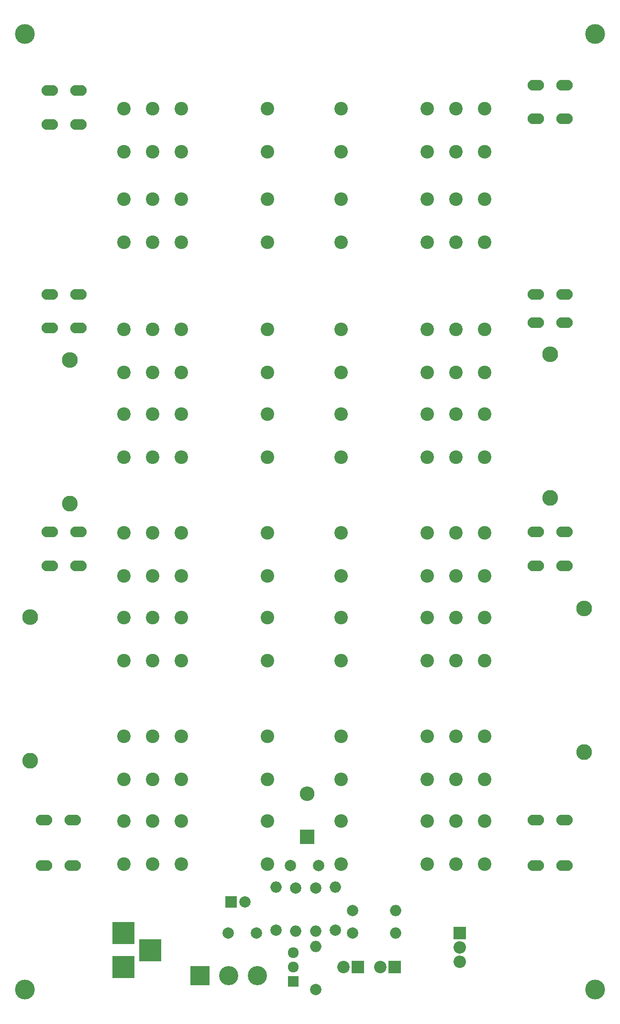
<source format=gbr>
G04 #@! TF.FileFunction,Soldermask,Bot*
%FSLAX46Y46*%
G04 Gerber Fmt 4.6, Leading zero omitted, Abs format (unit mm)*
G04 Created by KiCad (PCBNEW 4.0.7) date 10/31/20 22:05:03*
%MOMM*%
%LPD*%
G01*
G04 APERTURE LIST*
%ADD10C,0.100000*%
%ADD11C,2.400000*%
%ADD12R,2.000000X2.000000*%
%ADD13C,2.000000*%
%ADD14R,2.200000X2.200000*%
%ADD15C,2.200000*%
%ADD16R,2.600000X2.600000*%
%ADD17O,2.600000X2.600000*%
%ADD18R,3.900000X3.900000*%
%ADD19O,2.900000X1.900000*%
%ADD20C,1.920000*%
%ADD21R,1.920000X1.920000*%
%ADD22O,2.200000X2.200000*%
%ADD23O,2.000000X2.000000*%
%ADD24C,2.800000*%
%ADD25O,2.800000X2.800000*%
%ADD26C,3.500000*%
%ADD27R,3.400000X3.400000*%
%ADD28C,3.400000*%
G04 APERTURE END LIST*
D10*
D11*
X78000000Y-45200000D03*
X93240000Y-45200000D03*
X103400000Y-45200000D03*
X98320000Y-45200000D03*
X78000000Y-52800000D03*
X98320000Y-52800000D03*
X93240000Y-52800000D03*
X103400000Y-52800000D03*
D12*
X58500000Y-169500000D03*
D13*
X61000000Y-169500000D03*
X58000000Y-175000000D03*
X63000000Y-175000000D03*
X74000000Y-163000000D03*
X69000000Y-163000000D03*
D14*
X81000000Y-181000000D03*
D15*
X78460000Y-181000000D03*
D16*
X72000000Y-158000000D03*
D17*
X72000000Y-150380000D03*
D14*
X87500000Y-181000000D03*
D15*
X84960000Y-181000000D03*
D18*
X39500000Y-175000000D03*
X39500000Y-181000000D03*
X44200000Y-178000000D03*
D19*
X25460000Y-163000000D03*
X30540000Y-163000000D03*
X25460000Y-155000000D03*
X30540000Y-155000000D03*
X112460000Y-163000000D03*
X117540000Y-163000000D03*
X112460000Y-155000000D03*
X117540000Y-155000000D03*
X26460000Y-26000000D03*
X31540000Y-26000000D03*
X26460000Y-32000000D03*
X31540000Y-32000000D03*
X112460000Y-25000000D03*
X117540000Y-25000000D03*
X112460000Y-31000000D03*
X117540000Y-31000000D03*
X26460000Y-62000000D03*
X31540000Y-62000000D03*
X26460000Y-68000000D03*
X31540000Y-68000000D03*
X112460000Y-62000000D03*
X117540000Y-62000000D03*
X112460000Y-67000000D03*
X117540000Y-67000000D03*
X26460000Y-110000000D03*
X31540000Y-110000000D03*
X26460000Y-104000000D03*
X31540000Y-104000000D03*
X112460000Y-110000000D03*
X117540000Y-110000000D03*
X112460000Y-104000000D03*
X117540000Y-104000000D03*
D20*
X69500000Y-180960000D03*
X69500000Y-178420000D03*
D21*
X69500000Y-183500000D03*
D14*
X99000000Y-175000000D03*
D22*
X99000000Y-177540000D03*
X99000000Y-180080000D03*
D13*
X73500000Y-185000000D03*
D23*
X73500000Y-177380000D03*
D13*
X66500000Y-174500000D03*
D23*
X66500000Y-166880000D03*
D13*
X73500000Y-167000000D03*
D23*
X73500000Y-174620000D03*
D13*
X77000000Y-174500000D03*
D23*
X77000000Y-166880000D03*
D13*
X70000000Y-167000000D03*
D23*
X70000000Y-174620000D03*
D13*
X80000000Y-171000000D03*
D23*
X87620000Y-171000000D03*
D13*
X80000000Y-175000000D03*
D23*
X87620000Y-175000000D03*
D24*
X30000000Y-99000000D03*
D25*
X30000000Y-73600000D03*
D24*
X115000000Y-98000000D03*
D25*
X115000000Y-72600000D03*
D24*
X23000000Y-144500000D03*
D25*
X23000000Y-119100000D03*
D24*
X121000000Y-143000000D03*
D25*
X121000000Y-117600000D03*
D11*
X65000000Y-162800000D03*
X49760000Y-162800000D03*
X39600000Y-162800000D03*
X44680000Y-162800000D03*
X65000000Y-155200000D03*
X44680000Y-155200000D03*
X49760000Y-155200000D03*
X39600000Y-155200000D03*
X65000000Y-147800000D03*
X49760000Y-147800000D03*
X39600000Y-147800000D03*
X44680000Y-147800000D03*
X65000000Y-140200000D03*
X44680000Y-140200000D03*
X49760000Y-140200000D03*
X39600000Y-140200000D03*
X65000000Y-126800000D03*
X49760000Y-126800000D03*
X39600000Y-126800000D03*
X44680000Y-126800000D03*
X65000000Y-119200000D03*
X44680000Y-119200000D03*
X49760000Y-119200000D03*
X39600000Y-119200000D03*
X65000000Y-111800000D03*
X49760000Y-111800000D03*
X39600000Y-111800000D03*
X44680000Y-111800000D03*
X65000000Y-104200000D03*
X44680000Y-104200000D03*
X49760000Y-104200000D03*
X39600000Y-104200000D03*
X78000000Y-155200000D03*
X93240000Y-155200000D03*
X103400000Y-155200000D03*
X98320000Y-155200000D03*
X78000000Y-162800000D03*
X98320000Y-162800000D03*
X93240000Y-162800000D03*
X103400000Y-162800000D03*
X78000000Y-140200000D03*
X93240000Y-140200000D03*
X103400000Y-140200000D03*
X98320000Y-140200000D03*
X78000000Y-147800000D03*
X98320000Y-147800000D03*
X93240000Y-147800000D03*
X103400000Y-147800000D03*
X78000000Y-119200000D03*
X93240000Y-119200000D03*
X103400000Y-119200000D03*
X98320000Y-119200000D03*
X78000000Y-126800000D03*
X98320000Y-126800000D03*
X93240000Y-126800000D03*
X103400000Y-126800000D03*
X78000000Y-104200000D03*
X93240000Y-104200000D03*
X103400000Y-104200000D03*
X98320000Y-104200000D03*
X78000000Y-111800000D03*
X98320000Y-111800000D03*
X93240000Y-111800000D03*
X103400000Y-111800000D03*
X65000000Y-36800000D03*
X49760000Y-36800000D03*
X39600000Y-36800000D03*
X44680000Y-36800000D03*
X65000000Y-29200000D03*
X44680000Y-29200000D03*
X49760000Y-29200000D03*
X39600000Y-29200000D03*
X65000000Y-52800000D03*
X49760000Y-52800000D03*
X39600000Y-52800000D03*
X44680000Y-52800000D03*
X65000000Y-45200000D03*
X44680000Y-45200000D03*
X49760000Y-45200000D03*
X39600000Y-45200000D03*
X65000000Y-75800000D03*
X49760000Y-75800000D03*
X39600000Y-75800000D03*
X44680000Y-75800000D03*
X65000000Y-68200000D03*
X44680000Y-68200000D03*
X49760000Y-68200000D03*
X39600000Y-68200000D03*
X65000000Y-90800000D03*
X49760000Y-90800000D03*
X39600000Y-90800000D03*
X44680000Y-90800000D03*
X65000000Y-83200000D03*
X44680000Y-83200000D03*
X49760000Y-83200000D03*
X39600000Y-83200000D03*
X78000000Y-29200000D03*
X93240000Y-29200000D03*
X103400000Y-29200000D03*
X98320000Y-29200000D03*
X78000000Y-36800000D03*
X98320000Y-36800000D03*
X93240000Y-36800000D03*
X103400000Y-36800000D03*
X78000000Y-68200000D03*
X93240000Y-68200000D03*
X103400000Y-68200000D03*
X98320000Y-68200000D03*
X78000000Y-75800000D03*
X98320000Y-75800000D03*
X93240000Y-75800000D03*
X103400000Y-75800000D03*
X78000000Y-83200000D03*
X93240000Y-83200000D03*
X103400000Y-83200000D03*
X98320000Y-83200000D03*
X78000000Y-90800000D03*
X98320000Y-90800000D03*
X93240000Y-90800000D03*
X103400000Y-90800000D03*
D26*
X123000000Y-185000000D03*
X22000000Y-185000000D03*
X123000000Y-16000000D03*
X22000000Y-16000000D03*
D27*
X53000000Y-182500000D03*
D28*
X58080000Y-182500000D03*
X63160000Y-182500000D03*
M02*

</source>
